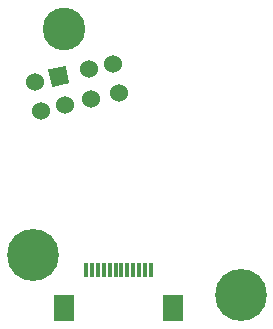
<source format=gts>
%TF.GenerationSoftware,KiCad,Pcbnew,5.1.12-84ad8e8a86~92~ubuntu20.04.1*%
%TF.CreationDate,2021-12-06T23:57:06-06:00*%
%TF.ProjectId,portboard_img4,706f7274-626f-4617-9264-5f696d67342e,rev?*%
%TF.SameCoordinates,Original*%
%TF.FileFunction,Soldermask,Top*%
%TF.FilePolarity,Negative*%
%FSLAX46Y46*%
G04 Gerber Fmt 4.6, Leading zero omitted, Abs format (unit mm)*
G04 Created by KiCad (PCBNEW 5.1.12-84ad8e8a86~92~ubuntu20.04.1) date 2021-12-06 23:57:06*
%MOMM*%
%LPD*%
G01*
G04 APERTURE LIST*
%ADD10C,3.601600*%
%ADD11C,1.524000*%
%ADD12R,0.300000X1.300000*%
%ADD13R,1.800000X2.200000*%
%ADD14C,4.400000*%
G04 APERTURE END LIST*
D10*
%TO.C,J2*%
X105346500Y-68072000D03*
D11*
X107456078Y-71489554D03*
G36*
G01*
X104335191Y-72927928D02*
X104020060Y-71540875D01*
G75*
G02*
X104058343Y-71480082I49538J11255D01*
G01*
X105445396Y-71164951D01*
G75*
G02*
X105506189Y-71203234I11255J-49538D01*
G01*
X105821320Y-72590287D01*
G75*
G02*
X105783037Y-72651080I-49538J-11255D01*
G01*
X104395984Y-72966211D01*
G75*
G02*
X104335191Y-72927928I-11255J49538D01*
G01*
G37*
X102872876Y-72530832D03*
X109503892Y-71024303D03*
X110057763Y-73462176D03*
X103426748Y-74968706D03*
X105474561Y-74503454D03*
X107619890Y-74016047D03*
%TD*%
D12*
%TO.C,J1*%
X112732000Y-88447000D03*
X112232000Y-88447000D03*
X111732000Y-88447000D03*
X111232000Y-88447000D03*
X110732000Y-88447000D03*
X110232000Y-88447000D03*
X109732000Y-88447000D03*
X109232000Y-88447000D03*
X108732000Y-88447000D03*
X108232000Y-88447000D03*
X107732000Y-88447000D03*
X107232000Y-88447000D03*
D13*
X105332000Y-91697000D03*
X114632000Y-91697000D03*
%TD*%
D14*
%TO.C,H2*%
X120350000Y-90600000D03*
%TD*%
%TO.C,H1*%
X102700000Y-87223800D03*
%TD*%
M02*

</source>
